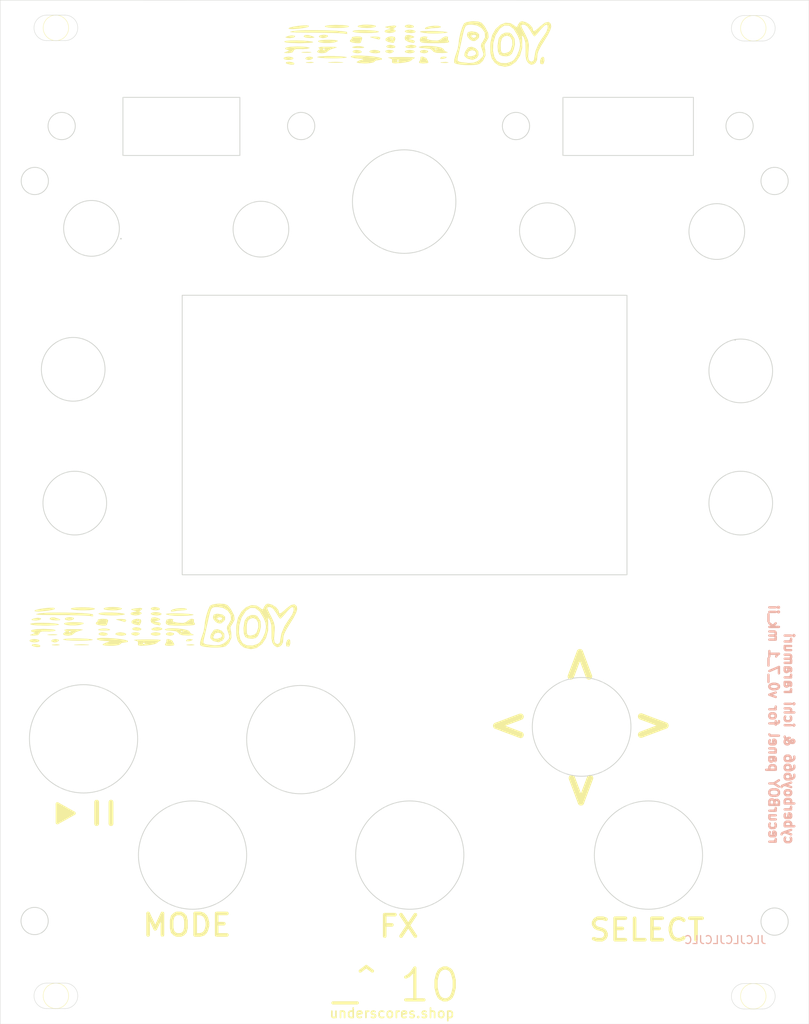
<source format=kicad_pcb>
(kicad_pcb (version 20211014) (generator pcbnew)
  (layers (0 "F.Cu" signal) (31 "B.Cu" signal) (34 "B.Paste" user) (35 "F.Paste" user) (36 "B.SilkS" user "B.Silkscreen") (37 "F.SilkS" user "F.Silkscreen") (38 "B.Mask" user) (39 "F.Mask" user) (44 "Edge.Cuts" user))
  (net 0 "")
  (footprint "custom_new:logo" (layer "F.Cu") (at 72.2 117.25)
    (fp_text reference "G***" hide)
    (fp_text value "LOGO" hide)
  )
  (footprint "custom_new:logo" (layer "F.Cu") (at 104.129419 44.1175)
    (fp_text reference "G***" hide)
    (fp_text value "LOGO" hide)
  )
  (gr_circle (center 58.175 41.775) (end 59.775 41.775) (layer "F.SilkS") (width 0.05) (fill none))
  (gr_line (start 65.1 139) (end 65.1 141.7) (layer "F.SilkS") (width 0.6))
  (gr_circle (center 58.175 163.325) (end 59.775 163.325) (layer "F.SilkS") (width 0.05) (fill none))
  (gr_circle (center 145.825 41.825) (end 147.425 41.825) (layer "F.SilkS") (width 0.05) (fill none))
  (gr_line (start 63.3 139) (end 63.3 141.7) (layer "F.SilkS") (width 0.6))
  (gr_circle (center 145.825 163.375) (end 147.425 163.375) (layer "F.SilkS") (width 0.05) (fill none))
  (gr_line (start 146.975 164.975) (end 144.675 164.975) (layer "Edge.Cuts") (width 0.05))
  (gr_circle (center 75.35 145.65) (end 82.15 145.65) (layer "Edge.Cuts") (width 0.1) (fill none))
  (gr_circle (center 144.1 54.1) (end 145.8 53.9) (layer "Edge.Cuts") (width 0.1) (fill none))
  (gr_circle (center 101.946765 63.588475) (end 108.446765 63.588475) (layer "Edge.Cuts") (width 0.1) (fill none))
  (gr_line (start 152.825 166.875) (end 51.175 166.875) (layer "Edge.Cuts") (width 0.05))
  (gr_rect (start 66.6 50.5) (end 81.3 57.8) (layer "Edge.Cuts") (width 0.1) (fill none))
  (gr_line (start 51.175 166.875) (end 51.175 38.3) (layer "Edge.Cuts") (width 0.05))
  (gr_arc (start 59.325 161.725) (mid 60.925 163.325) (end 59.325 164.925) (layer "Edge.Cuts") (width 0.05))
  (gr_line (start 59.325 40.175) (end 57.025 40.175) (layer "Edge.Cuts") (width 0.05))
  (gr_circle (center 61.65 131.05) (end 68.45 131.05) (layer "Edge.Cuts") (width 0.1) (fill none))
  (gr_circle (center 88.95 131.15) (end 95.75 131.15) (layer "Edge.Cuts") (width 0.1) (fill none))
  (gr_arc (start 57.025 164.925) (mid 55.425 163.325) (end 57.025 161.725) (layer "Edge.Cuts") (width 0.05))
  (gr_arc (start 146.975 161.775) (mid 148.575 163.375) (end 146.975 164.975) (layer "Edge.Cuts") (width 0.05))
  (gr_circle (center 143.55 80.95) (end 143.55 80.95) (layer "Edge.Cuts") (width 0.1) (fill none))
  (gr_circle (center 132.65 145.65) (end 139.45 145.65) (layer "Edge.Cuts") (width 0.1) (fill none))
  (gr_line (start 152.825 166.875) (end 152.825 38.307234) (layer "Edge.Cuts") (width 0.05))
  (gr_arc (start 59.325 40.175) (mid 60.925 41.775) (end 59.325 43.375) (layer "Edge.Cuts") (width 0.05))
  (gr_circle (center 66.35 68.25) (end 66.35 68.25) (layer "Edge.Cuts") (width 0.1) (fill none))
  (gr_line (start 59.325 164.925) (end 57.025 164.925) (layer "Edge.Cuts") (width 0.05))
  (gr_circle (center 148.5 61) (end 150.2 60.8) (layer "Edge.Cuts") (width 0.1) (fill none))
  (gr_arc (start 144.675 43.425) (mid 143.075 41.825) (end 144.675 40.225) (layer "Edge.Cuts") (width 0.05))
  (gr_circle (center 58.9 54.1) (end 60.6 53.9) (layer "Edge.Cuts") (width 0.1) (fill none))
  (gr_circle (center 60.55 101.45) (end 64.55 101.45) (layer "Edge.Cuts") (width 0.1) (fill none))
  (gr_circle (center 62.65 66.95) (end 66.15 66.95) (layer "Edge.Cuts") (width 0.1) (fill none))
  (gr_circle (center 141.239752 67.35) (end 144.739752 67.35) (layer "Edge.Cuts") (width 0.1) (fill none))
  (gr_circle (center 60.35 84.65) (end 64.35 84.65) (layer "Edge.Cuts") (width 0.1) (fill none))
  (gr_circle (center 83.944876 67.05) (end 87.444876 67.05) (layer "Edge.Cuts") (width 0.1) (fill none))
  (gr_arc (start 144.675 164.975) (mid 143.075 163.375) (end 144.675 161.775) (layer "Edge.Cuts") (width 0.05))
  (gr_circle (center 55.5 153.925) (end 57.2 153.725) (layer "Edge.Cuts") (width 0.1) (fill none))
  (gr_circle (center 119.944876 67.25) (end 123.444876 67.25) (layer "Edge.Cuts") (width 0.1) (fill none))
  (gr_circle (center 89 54.1) (end 90.7 53.9) (layer "Edge.Cuts") (width 0.1) (fill none))
  (gr_line (start 146.975 43.425) (end 144.675 43.425) (layer "Edge.Cuts") (width 0.05))
  (gr_line (start 59.325 161.725) (end 57.025 161.725) (layer "Edge.Cuts") (width 0.05))
  (gr_rect (start 74.05 75.35) (end 129.95 110.45) (layer "Edge.Cuts") (width 0.1) (fill none))
  (gr_circle (center 124.25 129.55) (end 130.45 129.55) (layer "Edge.Cuts") (width 0.1) (fill none))
  (gr_circle (center 144.25 101.45) (end 148.25 101.45) (layer "Edge.Cuts") (width 0.1) (fill none))
  (gr_line (start 146.975 40.225) (end 144.675 40.225) (layer "Edge.Cuts") (width 0.05))
  (gr_circle (center 102.65 145.65) (end 109.45 145.65) (layer "Edge.Cuts") (width 0.1) (fill none))
  (gr_line (start 51.175 38.3) (end 152.825 38.307234) (layer "Edge.Cuts") (width 0.05))
  (gr_circle (center 144.25 84.85) (end 148.25 84.85) (layer "Edge.Cuts") (width 0.1) (fill none))
  (gr_line (start 146.975 161.775) (end 144.675 161.775) (layer "Edge.Cuts") (width 0.05))
  (gr_circle (center 55.525 61) (end 57.225 60.8) (layer "Edge.Cuts") (width 0.1) (fill none))
  (gr_arc (start 146.975 40.225) (mid 148.575 41.825) (end 146.975 43.425) (layer "Edge.Cuts") (width 0.05))
  (gr_arc (start 57.025 43.375) (mid 55.425 41.775) (end 57.025 40.175) (layer "Edge.Cuts") (width 0.05))
  (gr_rect (start 121.9 50.5) (end 138.3 57.8) (layer "Edge.Cuts") (width 0.1) (fill none))
  (gr_circle (center 116 54.1) (end 117.7 53.9) (layer "Edge.Cuts") (width 0.1) (fill none))
  (gr_circle (center 148.5 154) (end 150.2 153.8) (layer "Edge.Cuts") (width 0.1) (fill none))
  (gr_line (start 59.325 43.375) (end 57.025 43.375) (layer "Edge.Cuts") (width 0.05))
  (gr_text "JLCJLCJLCJLC" (at 142.3 156.3) (layer "B.SilkS") (effects (font (size 1 1)) (justify mirror)))
  (gr_text "cyberboy666 & ichi raramuri\nrecurBOY panel for v0_7_1 mk_ii" (at 149.35 144.45 270) (layer "B.SilkS") (effects (font (size 1.2 1.2) (thickness 0.3)) (justify left mirror)))
  (gr_text ">" (at 133.25 129.1) (layer "F.SilkS") (effects (font (size 4 4) (thickness 0.8))))
  (gr_text "underscores.shop" (at 100.4 165.5) (layer "F.SilkS") (effects (font (size 1.2 1.2) (thickness 0.2))))
  (gr_text " ▶ " (at 59.4 140.2) (layer "F.SilkS") (effects (font (size 2.7 2.7) (thickness 0.45))))
  (gr_text "MODE" (at 74.65 154.45) (layer "F.SilkS") (effects (font (size 2.7 2.7) (thickness 0.45))))
  (gr_text ">" (at 123.75 121.7 90) (layer "F.SilkS") (effects (font (size 4 4) (thickness 0.8))))
  (gr_text "SELECT" (at 132.45 155.05) (layer "F.SilkS") (effects (font (size 2.7 2.7) (thickness 0.45))))
  (gr_text "_^ 10" (at 101 162) (layer "F.SilkS") (effects (font (size 4 4) (thickness 0.4))))
  (gr_text "FX" (at 101.3 154.6) (layer "F.SilkS") (effects (font (size 2.7 2.7) (thickness 0.45))))
  (gr_text ">" (at 124.45 137.5 270) (layer "F.SilkS") (effects (font (size 4 4) (thickness 0.8))))
  (gr_text ">" (at 115.05 129.7 180) (layer "F.SilkS") (effects (font (size 4 4) (thickness 0.8))))
)
</source>
